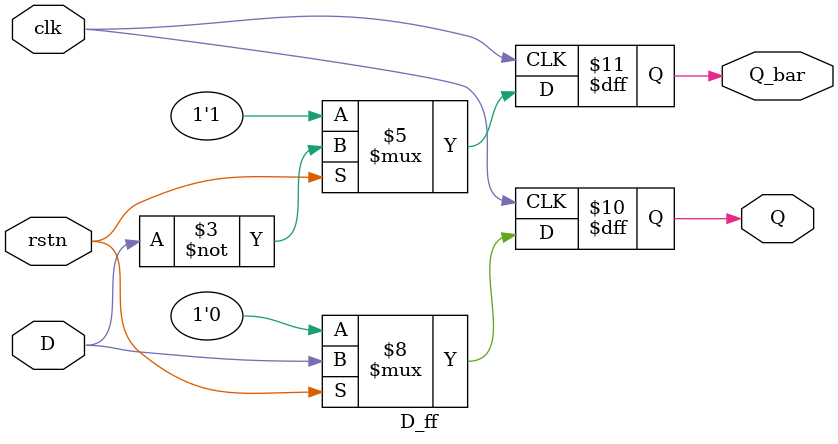
<source format=v>


module D_ff(input D,rstn,clk,output reg Q, Q_bar);

always @(posedge clk) begin

if(!rstn)begin
Q <= 1'b0;
Q_bar <= 1'b1;
end
else begin
Q <= D;
Q_bar <= ~D;
end

end

endmodule

</source>
